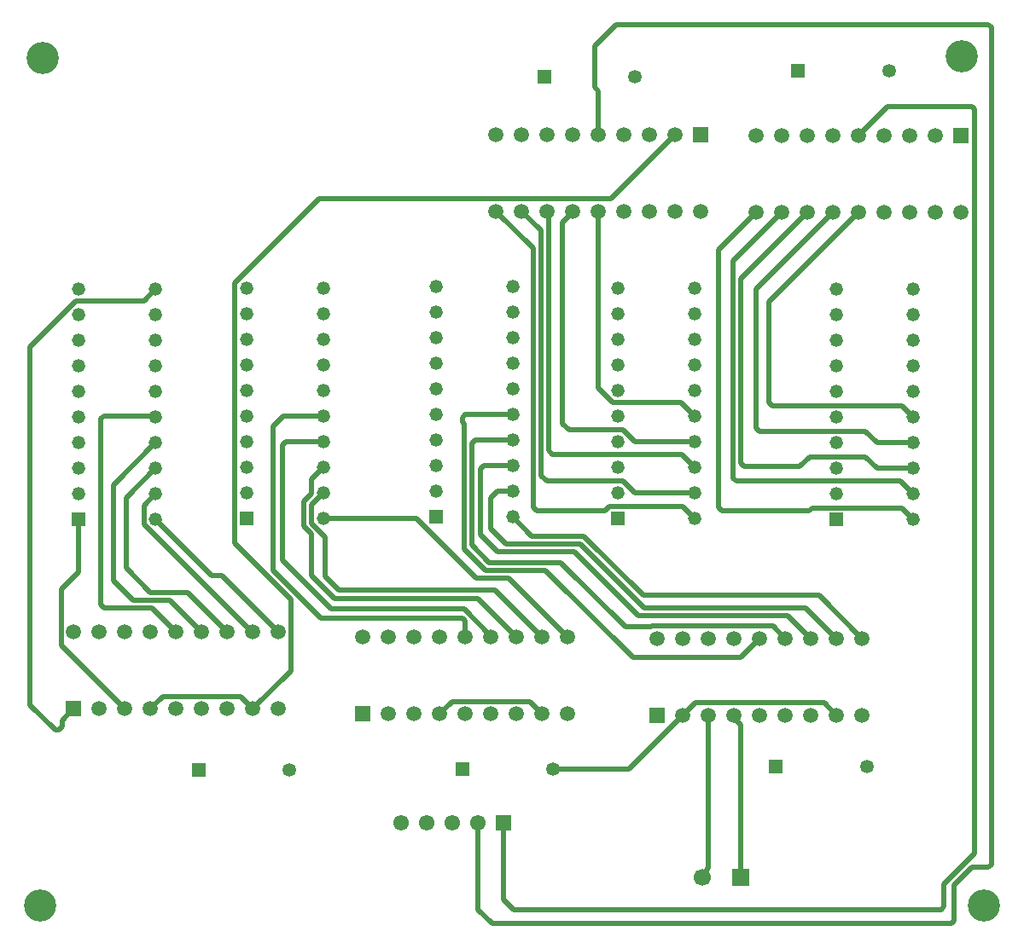
<source format=gbl>
G04*
G04 #@! TF.GenerationSoftware,Altium Limited,Altium Designer,25.2.1 (25)*
G04*
G04 Layer_Physical_Order=2*
G04 Layer_Color=16711680*
%FSLAX25Y25*%
%MOIN*%
G70*
G04*
G04 #@! TF.SameCoordinates,F99C0EAD-8B59-483C-989D-22E72BE8A830*
G04*
G04*
G04 #@! TF.FilePolarity,Positive*
G04*
G01*
G75*
%ADD13C,0.01000*%
%ADD25C,0.02000*%
%ADD26C,0.12598*%
%ADD27C,0.06693*%
%ADD28R,0.06693X0.06693*%
%ADD29R,0.05906X0.05906*%
%ADD30C,0.05906*%
%ADD31C,0.05315*%
%ADD32R,0.05315X0.05315*%
%ADD33C,0.05200*%
%ADD34R,0.05200X0.05200*%
%ADD35R,0.06102X0.06102*%
%ADD36C,0.06102*%
D13*
X183000Y290000D02*
X183100Y289900D01*
D25*
X221000Y216000D02*
X235953Y230953D01*
Y258805D01*
X213900Y280857D02*
X235953Y258805D01*
X213900Y280857D02*
Y382405D01*
X246947Y415453D01*
X360953D01*
X386000Y440500D01*
X178400Y288095D02*
X220495Y246000D01*
X178400Y288095D02*
Y295400D01*
X183000Y300000D01*
X220495Y246000D02*
X221000D01*
X195500Y261500D02*
X211000Y246000D01*
X183000Y290000D02*
X204932Y268068D01*
X208932D02*
X231000Y246000D01*
X204932Y268068D02*
X208932D01*
X326000Y410500D02*
X333500Y403000D01*
X374000Y255500D02*
X437000D01*
X376948Y248453D02*
X424047D01*
X371500Y252500D02*
X430000D01*
X341182Y273318D02*
X366500Y248000D01*
X373371Y260371D02*
X442129D01*
X376496Y248000D02*
X376948Y248453D01*
X366500Y248000D02*
X376496D01*
X424047Y248453D02*
X429000Y243500D01*
X346500Y277500D02*
X371500Y252500D01*
X349000Y280500D02*
X374000Y255500D01*
X430000Y252500D02*
X439000Y243500D01*
X437000Y255500D02*
X449000Y243500D01*
X350243Y283500D02*
X373371Y260371D01*
X442129D02*
X459000Y243500D01*
X338216Y192500D02*
X368000D01*
X389000Y213500D01*
X444047Y218453D02*
X449000Y213500D01*
X393953Y218453D02*
X444047D01*
X389000Y213500D02*
X393953Y218453D01*
X329047Y218953D02*
X334000Y214000D01*
X298953Y218953D02*
X329047D01*
X294000Y214000D02*
X298953Y218953D01*
X216047Y220953D02*
X221000Y216000D01*
X185953Y220953D02*
X216047D01*
X181000Y216000D02*
X185953Y220953D01*
X319000Y141500D02*
Y171500D01*
Y141500D02*
X323000Y137500D01*
X489828D01*
X491000Y138672D01*
Y147500D01*
X503000Y159500D01*
Y450328D01*
X501828Y451500D02*
X503000Y450328D01*
X469000Y451500D02*
X501828D01*
X457500Y440000D02*
X469000Y451500D01*
X309000Y137500D02*
Y171500D01*
X501743Y154000D02*
X508328D01*
X495000Y133172D02*
Y147257D01*
X501743Y154000D01*
X493828Y132000D02*
X495000Y133172D01*
X314500Y132000D02*
X493828D01*
X508328Y154000D02*
X509500Y155172D01*
Y482328D01*
X356000Y440500D02*
Y457528D01*
X354500Y459028D02*
X356000Y457528D01*
X354500Y459028D02*
Y475000D01*
X363000Y483500D01*
X508328D01*
X509500Y482328D01*
X309000Y137500D02*
X314500Y132000D01*
X474400Y334600D02*
X479000Y330000D01*
X447095Y334600D02*
X474400D01*
X446995Y334500D02*
X447095Y334600D01*
X423672Y334500D02*
X446995D01*
X422500Y335672D02*
X423672Y334500D01*
X422500Y335672D02*
Y375000D01*
X457500Y410000D01*
X417500Y380000D02*
X447500Y410000D01*
X417500Y325772D02*
Y380000D01*
Y325772D02*
X418672Y324600D01*
X460314D01*
X464914Y320000D01*
X479000D01*
X464914Y310000D02*
X479000D01*
X460314Y314600D02*
X464914Y310000D01*
X438379Y314600D02*
X460314D01*
X434607Y310828D02*
X438379Y314600D01*
X412672Y310828D02*
X434607D01*
X411500Y312000D02*
X412672Y310828D01*
X411500Y312000D02*
Y384000D01*
X437500Y410000D01*
X409672Y305000D02*
X474000D01*
X408500Y391000D02*
X427500Y410000D01*
X408500Y306172D02*
Y391000D01*
Y306172D02*
X409672Y305000D01*
X474000D02*
X479000Y300000D01*
X474400Y294600D02*
X479000Y290000D01*
X439403Y294600D02*
X474400D01*
X438303Y293500D02*
X439403Y294600D01*
X404172Y293500D02*
X438303D01*
X403000Y294672D02*
X404172Y293500D01*
X403000Y294672D02*
Y395500D01*
X417500Y410000D01*
X388100Y335900D02*
X393500Y330500D01*
X361595Y335900D02*
X388100D01*
X356000Y341495D02*
X361595Y335900D01*
X356000Y341495D02*
Y410500D01*
X346000Y410081D02*
Y410500D01*
X342000Y406081D02*
X346000Y410081D01*
X342000Y327500D02*
Y406081D01*
Y327500D02*
X344400Y325100D01*
X365405D01*
X370005Y320500D01*
X393500D01*
X388500Y315500D02*
X393500Y310500D01*
X338000Y315500D02*
X388500D01*
X336500Y317000D02*
X338000Y315500D01*
X336500Y317000D02*
Y410000D01*
X336000Y410500D02*
X336500Y410000D01*
X333500Y307272D02*
Y403000D01*
Y307272D02*
X335672Y305100D01*
X365405D01*
X370005Y300500D01*
X393500D01*
X388900Y295100D02*
X393500Y290500D01*
X360072Y295100D02*
X388900D01*
X358472Y293500D02*
X360072Y295100D01*
X331672Y293500D02*
X358472D01*
X330500Y294672D02*
X331672Y293500D01*
X330500Y294672D02*
Y396000D01*
X316000Y410500D02*
X330500Y396000D01*
X409000Y212443D02*
Y213500D01*
Y212443D02*
X411500Y209943D01*
Y150000D02*
Y209943D01*
X396500Y150000D02*
Y151270D01*
X399000Y153770D01*
Y213500D01*
X322500Y291000D02*
X330000Y283500D01*
X350243D01*
X320000Y280500D02*
X349000D01*
X313182Y273318D02*
X341182D01*
X316500Y277500D02*
X346500D01*
X314000Y286500D02*
X320000Y280500D01*
X314000Y286500D02*
Y298500D01*
X316500Y301000D01*
X322500D01*
X311172Y311000D02*
X322500D01*
X310000Y309828D02*
X311172Y311000D01*
X310000Y284000D02*
Y309828D01*
Y284000D02*
X316500Y277500D01*
X335182Y270318D02*
X369500Y236000D01*
X311683Y270318D02*
X335182D01*
X306500Y280000D02*
X313182Y273318D01*
X306500Y280000D02*
Y319828D01*
X307672Y321000D01*
X322500D01*
X411500Y236000D02*
X419000Y243500D01*
X369500Y236000D02*
X411500D01*
X303500Y278500D02*
X311683Y270318D01*
X303500Y278500D02*
Y327500D01*
X302828Y328172D02*
X303500Y327500D01*
X302828Y328172D02*
Y329828D01*
X304000Y331000D01*
X322500D01*
X320683Y267318D02*
X344000Y244000D01*
X308154Y267318D02*
X320683D01*
X284972Y290500D02*
X308154Y267318D01*
X248500Y290500D02*
X284972D01*
X243900Y295900D02*
X248500Y300500D01*
X243900Y288595D02*
Y295900D01*
Y288595D02*
X249200Y283295D01*
Y267800D02*
Y283295D01*
Y267800D02*
X254500Y262500D01*
X315500D01*
X334000Y244000D01*
X240900Y287352D02*
X243900Y284352D01*
X240900Y287352D02*
Y297143D01*
X243900Y300143D01*
Y268100D02*
Y284352D01*
Y300143D02*
Y305900D01*
X248500Y310500D01*
X243900Y268100D02*
X253000Y259000D01*
X229000Y270000D02*
Y326500D01*
X232500Y274000D02*
Y319078D01*
X309000Y259000D02*
X324000Y244000D01*
X253000Y259000D02*
X309000D01*
X251500Y255000D02*
X303571D01*
X304000Y244000D02*
Y250328D01*
X247500Y251500D02*
X302828D01*
X304000Y250328D01*
X303571Y255000D02*
X314000Y244571D01*
X233922Y320500D02*
X248500D01*
X232500Y319078D02*
X233922Y320500D01*
X232500Y274000D02*
X251500Y255000D01*
X314000Y244000D02*
Y244571D01*
X229000Y270000D02*
X247500Y251500D01*
X229000Y326500D02*
X233000Y330500D01*
X248500D01*
X181000Y261500D02*
X195500D01*
X171500Y271000D02*
X181000Y261500D01*
X171500Y271000D02*
Y298500D01*
X183000Y310000D01*
X188500Y258500D02*
X201000Y246000D01*
X174172Y258500D02*
X188500D01*
X162672Y255500D02*
X181500D01*
X191000Y246000D01*
X166500Y266172D02*
X174172Y258500D01*
X166500Y266172D02*
Y303500D01*
X183000Y320000D01*
X182500Y330500D02*
X183000Y330000D01*
X162672Y330500D02*
X182500D01*
X161500Y329328D02*
X162672Y330500D01*
X161500Y256672D02*
Y329328D01*
Y256672D02*
X162672Y255500D01*
X146047Y240953D02*
X171000Y216000D01*
X146047Y240953D02*
Y262698D01*
X153000Y269651D01*
Y290000D01*
X146500Y211500D02*
X151000Y216000D01*
X146500Y209000D02*
Y211500D01*
X145328Y207828D02*
X146500Y209000D01*
X143672Y207828D02*
X145328D01*
X134000Y217500D02*
X143672Y207828D01*
X134000Y217500D02*
Y357505D01*
X151895Y375400D01*
X178400D01*
X183000Y380000D01*
D26*
X498000Y471000D02*
D03*
X139000Y470500D02*
D03*
X506500Y139000D02*
D03*
X138000D02*
D03*
D27*
X396500Y150000D02*
D03*
D28*
X411500D02*
D03*
D29*
X497500Y440000D02*
D03*
X151000Y216000D02*
D03*
X379000Y213500D02*
D03*
X264000Y214000D02*
D03*
X396000Y440500D02*
D03*
D30*
X487500Y440000D02*
D03*
X477500D02*
D03*
X467500D02*
D03*
X457500D02*
D03*
X447500D02*
D03*
X437500D02*
D03*
X427500D02*
D03*
X417500D02*
D03*
X497500Y410000D02*
D03*
X487500D02*
D03*
X477500D02*
D03*
X467500D02*
D03*
X457500D02*
D03*
X447500D02*
D03*
X437500D02*
D03*
X427500D02*
D03*
X417500D02*
D03*
X231000Y246000D02*
D03*
X221000D02*
D03*
X211000D02*
D03*
X201000D02*
D03*
X191000D02*
D03*
X181000D02*
D03*
X171000D02*
D03*
X161000D02*
D03*
X151000D02*
D03*
X231000Y216000D02*
D03*
X221000D02*
D03*
X211000D02*
D03*
X201000D02*
D03*
X191000D02*
D03*
X181000D02*
D03*
X171000D02*
D03*
X161000D02*
D03*
X389000Y213500D02*
D03*
X399000D02*
D03*
X409000D02*
D03*
X419000D02*
D03*
X429000D02*
D03*
X439000D02*
D03*
X449000D02*
D03*
X459000D02*
D03*
X379000Y243500D02*
D03*
X389000D02*
D03*
X399000D02*
D03*
X409000D02*
D03*
X419000D02*
D03*
X429000D02*
D03*
X439000D02*
D03*
X449000D02*
D03*
X459000D02*
D03*
X274000Y214000D02*
D03*
X284000D02*
D03*
X294000D02*
D03*
X304000D02*
D03*
X314000D02*
D03*
X324000D02*
D03*
X334000D02*
D03*
X344000D02*
D03*
X264000Y244000D02*
D03*
X274000D02*
D03*
X284000D02*
D03*
X294000D02*
D03*
X304000D02*
D03*
X314000D02*
D03*
X324000D02*
D03*
X334000D02*
D03*
X344000D02*
D03*
X386000Y440500D02*
D03*
X376000D02*
D03*
X366000D02*
D03*
X356000D02*
D03*
X346000D02*
D03*
X336000D02*
D03*
X326000D02*
D03*
X316000D02*
D03*
X396000Y410500D02*
D03*
X386000D02*
D03*
X376000D02*
D03*
X366000D02*
D03*
X356000D02*
D03*
X346000D02*
D03*
X336000D02*
D03*
X326000D02*
D03*
X316000D02*
D03*
D31*
X460716Y193500D02*
D03*
X370216Y463000D02*
D03*
X338216Y192500D02*
D03*
X469433Y465500D02*
D03*
X235216Y192000D02*
D03*
D32*
X425283Y193500D02*
D03*
X334784Y463000D02*
D03*
X302783Y192500D02*
D03*
X434000Y465500D02*
D03*
X199784Y192000D02*
D03*
D33*
X248500Y290500D02*
D03*
Y300500D02*
D03*
Y310500D02*
D03*
Y320500D02*
D03*
Y330500D02*
D03*
Y340500D02*
D03*
Y350500D02*
D03*
Y360500D02*
D03*
Y370500D02*
D03*
Y380500D02*
D03*
X218500D02*
D03*
Y370500D02*
D03*
Y360500D02*
D03*
Y350500D02*
D03*
Y340500D02*
D03*
Y330500D02*
D03*
Y320500D02*
D03*
Y310500D02*
D03*
Y300500D02*
D03*
X292500Y301000D02*
D03*
Y311000D02*
D03*
Y321000D02*
D03*
Y331000D02*
D03*
Y341000D02*
D03*
Y351000D02*
D03*
Y361000D02*
D03*
Y371000D02*
D03*
Y381000D02*
D03*
X322500D02*
D03*
Y371000D02*
D03*
Y361000D02*
D03*
Y351000D02*
D03*
Y341000D02*
D03*
Y331000D02*
D03*
Y321000D02*
D03*
Y311000D02*
D03*
Y301000D02*
D03*
Y291000D02*
D03*
X363500Y300500D02*
D03*
Y310500D02*
D03*
Y320500D02*
D03*
Y330500D02*
D03*
Y340500D02*
D03*
Y350500D02*
D03*
Y360500D02*
D03*
Y370500D02*
D03*
Y380500D02*
D03*
X393500D02*
D03*
Y370500D02*
D03*
Y360500D02*
D03*
Y350500D02*
D03*
Y340500D02*
D03*
Y330500D02*
D03*
Y320500D02*
D03*
Y310500D02*
D03*
Y300500D02*
D03*
Y290500D02*
D03*
X183000Y290000D02*
D03*
Y300000D02*
D03*
Y310000D02*
D03*
Y320000D02*
D03*
Y330000D02*
D03*
Y340000D02*
D03*
Y350000D02*
D03*
Y360000D02*
D03*
Y370000D02*
D03*
Y380000D02*
D03*
X153000D02*
D03*
Y370000D02*
D03*
Y360000D02*
D03*
Y350000D02*
D03*
Y340000D02*
D03*
Y330000D02*
D03*
Y320000D02*
D03*
Y310000D02*
D03*
Y300000D02*
D03*
X479000Y290000D02*
D03*
Y300000D02*
D03*
Y310000D02*
D03*
Y320000D02*
D03*
Y330000D02*
D03*
Y340000D02*
D03*
Y350000D02*
D03*
Y360000D02*
D03*
Y370000D02*
D03*
Y380000D02*
D03*
X449000D02*
D03*
Y370000D02*
D03*
Y360000D02*
D03*
Y350000D02*
D03*
Y340000D02*
D03*
Y330000D02*
D03*
Y320000D02*
D03*
Y310000D02*
D03*
Y300000D02*
D03*
D34*
X218500Y290500D02*
D03*
X292500Y291000D02*
D03*
X363500Y290500D02*
D03*
X153000Y290000D02*
D03*
X449000D02*
D03*
D35*
X319000Y171500D02*
D03*
D36*
X309000D02*
D03*
X299000D02*
D03*
X289000D02*
D03*
X279000D02*
D03*
M02*

</source>
